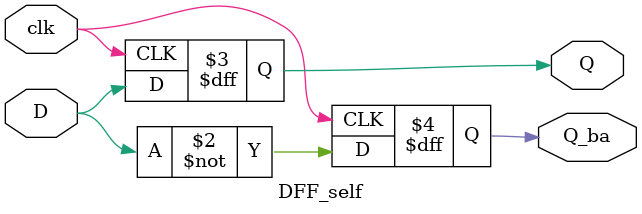
<source format=v>
module top_module (
    input clk,
    input x,
    output z
); 	

	wire temp_dff1;
	wire dff1_in;
	assign dff1_in = x^temp_dff1;
	DFF_self dff1(.clk(clk), .D(dff1_in), .Q(temp_dff1), .Q_ba());
	wire temp_dff2;
	wire temp_dff2_bar;
	wire dff2_in;
	assign dff2_in = ~temp_dff2&x;
	DFF_self dff2(.clk(clk), .D(dff2_in), .Q(temp_dff2), .Q_ba(temp_dff2_bar));
	wire temp_dff3;
	wire temp_dff3_bar;
	wire dff3_in;
	assign dff3_in = ~temp_dff3|x;
	DFF_self dff3(.clk(clk), .D(dff3_in), .Q(temp_dff3), .Q_ba(temp_dff3_bar));
	assign z =~(temp_dff3|temp_dff2|temp_dff1) ;



endmodule


module DFF_self (
	input clk,
	input D,
	output reg Q,
	output reg Q_ba
);

	always@ (posedge clk)begin
		Q <= D;
		Q_ba <= ~D;
	end
endmodule

</source>
